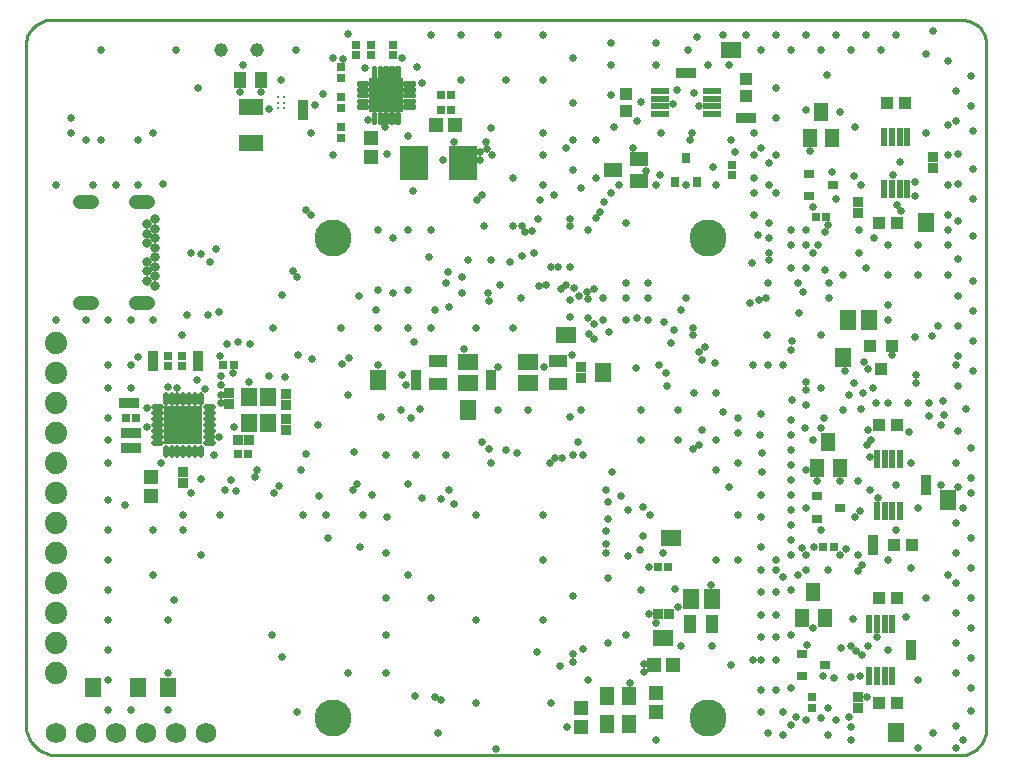
<source format=gbr>
G04 EAGLE Gerber RS-274X export*
G75*
%MOMM*%
%FSLAX34Y34*%
%LPD*%
%INSoldermask Bottom*%
%IPPOS*%
%AMOC8*
5,1,8,0,0,1.08239X$1,22.5*%
G01*
%ADD10C,3.124200*%
%ADD11R,1.253200X1.503200*%
%ADD12R,1.503200X1.103200*%
%ADD13R,1.153200X1.203200*%
%ADD14R,1.103200X1.503200*%
%ADD15R,0.838200X1.473200*%
%ADD16R,1.473200X0.838200*%
%ADD17R,1.003200X1.103200*%
%ADD18R,1.353200X1.653200*%
%ADD19R,1.003200X1.403200*%
%ADD20R,0.703200X0.703200*%
%ADD21R,1.203200X1.153200*%
%ADD22C,1.153200*%
%ADD23C,0.222334*%
%ADD24R,2.903200X2.903200*%
%ADD25R,2.489200X2.997200*%
%ADD26R,1.653200X1.353200*%
%ADD27R,0.823200X0.823200*%
%ADD28C,1.727200*%
%ADD29C,0.807200*%
%ADD30C,1.203200*%
%ADD31C,0.483200*%
%ADD32R,3.303200X3.303200*%
%ADD33R,1.530000X0.510000*%
%ADD34R,1.003200X1.003200*%
%ADD35R,1.603200X1.153200*%
%ADD36R,0.803200X0.903200*%
%ADD37R,0.510000X1.530000*%
%ADD38R,1.153200X1.603200*%
%ADD39R,0.903200X0.803200*%
%ADD40R,1.353200X1.603200*%
%ADD41C,0.325000*%
%ADD42R,2.003200X1.353200*%
%ADD43C,1.879600*%
%ADD44C,0.657200*%
%ADD45C,0.254000*%


D10*
X31750Y31750D03*
X349250Y31750D03*
X349250Y438150D03*
X31750Y438150D03*
D11*
X282300Y49600D03*
X282300Y26600D03*
X263800Y26600D03*
X263800Y49600D03*
D12*
X120650Y333350D03*
X120650Y314350D03*
D13*
X303658Y76200D03*
X319658Y76200D03*
D12*
X222250Y333350D03*
X222250Y314350D03*
D14*
X352654Y110998D03*
X333654Y110998D03*
D15*
X224536Y355600D03*
X232664Y355600D03*
D16*
X69850Y313436D03*
X69850Y321564D03*
X260350Y327914D03*
X260350Y319786D03*
D15*
X306578Y98806D03*
X314706Y98806D03*
X313436Y184150D03*
X321564Y184150D03*
D16*
X146050Y288036D03*
X146050Y296164D03*
X508000Y14986D03*
X508000Y23114D03*
X533400Y446786D03*
X533400Y454914D03*
D15*
X364236Y596900D03*
X372364Y596900D03*
D16*
X552450Y211836D03*
X552450Y219964D03*
X463550Y332486D03*
X463550Y340614D03*
D17*
X485800Y346550D03*
X504800Y346550D03*
X495300Y326550D03*
D18*
X485250Y368300D03*
X467250Y368300D03*
D19*
X-47100Y571500D03*
X-29100Y571500D03*
D20*
X38100Y582350D03*
X38100Y573350D03*
X131500Y546100D03*
X122500Y546100D03*
X131500Y558800D03*
X122500Y558800D03*
X38100Y531550D03*
X38100Y522550D03*
X38100Y547950D03*
X38100Y556950D03*
D21*
X63500Y522350D03*
X63500Y506350D03*
D22*
X-63260Y596900D03*
X-33260Y596900D03*
D23*
X52695Y547595D02*
X60605Y547595D01*
X52695Y547595D02*
X52695Y550005D01*
X60605Y550005D01*
X60605Y547595D01*
X60605Y549707D02*
X52695Y549707D01*
X52695Y552595D02*
X60605Y552595D01*
X52695Y552595D02*
X52695Y555005D01*
X60605Y555005D01*
X60605Y552595D01*
X60605Y554707D02*
X52695Y554707D01*
X52695Y557595D02*
X60605Y557595D01*
X52695Y557595D02*
X52695Y560005D01*
X60605Y560005D01*
X60605Y557595D01*
X60605Y559707D02*
X52695Y559707D01*
X52695Y562595D02*
X60605Y562595D01*
X52695Y562595D02*
X52695Y565005D01*
X60605Y565005D01*
X60605Y562595D01*
X60605Y564707D02*
X52695Y564707D01*
X52695Y567595D02*
X60605Y567595D01*
X52695Y567595D02*
X52695Y570005D01*
X60605Y570005D01*
X60605Y567595D01*
X60605Y569707D02*
X52695Y569707D01*
X64995Y574395D02*
X64995Y582305D01*
X67405Y582305D01*
X67405Y574395D01*
X64995Y574395D01*
X64995Y576507D02*
X67405Y576507D01*
X67405Y578619D02*
X64995Y578619D01*
X64995Y580731D02*
X67405Y580731D01*
X69995Y582305D02*
X69995Y574395D01*
X69995Y582305D02*
X72405Y582305D01*
X72405Y574395D01*
X69995Y574395D01*
X69995Y576507D02*
X72405Y576507D01*
X72405Y578619D02*
X69995Y578619D01*
X69995Y580731D02*
X72405Y580731D01*
X74995Y582305D02*
X74995Y574395D01*
X74995Y582305D02*
X77405Y582305D01*
X77405Y574395D01*
X74995Y574395D01*
X74995Y576507D02*
X77405Y576507D01*
X77405Y578619D02*
X74995Y578619D01*
X74995Y580731D02*
X77405Y580731D01*
X79995Y582305D02*
X79995Y574395D01*
X79995Y582305D02*
X82405Y582305D01*
X82405Y574395D01*
X79995Y574395D01*
X79995Y576507D02*
X82405Y576507D01*
X82405Y578619D02*
X79995Y578619D01*
X79995Y580731D02*
X82405Y580731D01*
X84995Y582305D02*
X84995Y574395D01*
X84995Y582305D02*
X87405Y582305D01*
X87405Y574395D01*
X84995Y574395D01*
X84995Y576507D02*
X87405Y576507D01*
X87405Y578619D02*
X84995Y578619D01*
X84995Y580731D02*
X87405Y580731D01*
X91795Y570005D02*
X99705Y570005D01*
X99705Y567595D01*
X91795Y567595D01*
X91795Y570005D01*
X91795Y569707D02*
X99705Y569707D01*
X99705Y565005D02*
X91795Y565005D01*
X99705Y565005D02*
X99705Y562595D01*
X91795Y562595D01*
X91795Y565005D01*
X91795Y564707D02*
X99705Y564707D01*
X99705Y560005D02*
X91795Y560005D01*
X99705Y560005D02*
X99705Y557595D01*
X91795Y557595D01*
X91795Y560005D01*
X91795Y559707D02*
X99705Y559707D01*
X99705Y555005D02*
X91795Y555005D01*
X99705Y555005D02*
X99705Y552595D01*
X91795Y552595D01*
X91795Y555005D01*
X91795Y554707D02*
X99705Y554707D01*
X99705Y550005D02*
X91795Y550005D01*
X99705Y550005D02*
X99705Y547595D01*
X91795Y547595D01*
X91795Y550005D01*
X91795Y549707D02*
X99705Y549707D01*
X87405Y543205D02*
X87405Y535295D01*
X84995Y535295D01*
X84995Y543205D01*
X87405Y543205D01*
X87405Y537407D02*
X84995Y537407D01*
X84995Y539519D02*
X87405Y539519D01*
X87405Y541631D02*
X84995Y541631D01*
X82405Y543205D02*
X82405Y535295D01*
X79995Y535295D01*
X79995Y543205D01*
X82405Y543205D01*
X82405Y537407D02*
X79995Y537407D01*
X79995Y539519D02*
X82405Y539519D01*
X82405Y541631D02*
X79995Y541631D01*
X77405Y543205D02*
X77405Y535295D01*
X74995Y535295D01*
X74995Y543205D01*
X77405Y543205D01*
X77405Y537407D02*
X74995Y537407D01*
X74995Y539519D02*
X77405Y539519D01*
X77405Y541631D02*
X74995Y541631D01*
X72405Y543205D02*
X72405Y535295D01*
X69995Y535295D01*
X69995Y543205D01*
X72405Y543205D01*
X72405Y537407D02*
X69995Y537407D01*
X69995Y539519D02*
X72405Y539519D01*
X72405Y541631D02*
X69995Y541631D01*
X67405Y543205D02*
X67405Y535295D01*
X64995Y535295D01*
X64995Y543205D01*
X67405Y543205D01*
X67405Y537407D02*
X64995Y537407D01*
X64995Y539519D02*
X67405Y539519D01*
X67405Y541631D02*
X64995Y541631D01*
D24*
X76200Y558800D03*
D25*
X141110Y501650D03*
X100190Y501650D03*
D13*
X119000Y533400D03*
X135000Y533400D03*
D21*
X241300Y23750D03*
X241300Y39750D03*
X304800Y52450D03*
X304800Y36450D03*
D26*
X146050Y314850D03*
X146050Y332850D03*
X196850Y314850D03*
X196850Y332850D03*
D18*
X334408Y132334D03*
X352408Y132334D03*
D27*
X101600Y313000D03*
X101600Y322000D03*
X165100Y313000D03*
X165100Y322000D03*
X315650Y119380D03*
X306650Y119380D03*
X241300Y319350D03*
X241300Y328350D03*
D20*
X306396Y159258D03*
X315396Y159258D03*
D28*
X-127000Y19050D03*
X-152400Y19050D03*
X-76200Y19050D03*
X-101600Y19050D03*
X-177800Y19050D03*
X-203200Y19050D03*
D16*
X-107950Y53086D03*
X-107950Y61214D03*
D29*
X-119100Y397450D03*
X-126100Y401450D03*
X-126100Y409450D03*
X-119100Y405450D03*
X-119100Y413450D03*
X-126100Y417450D03*
X-119100Y421450D03*
X-119100Y429450D03*
X-126100Y433450D03*
X-119100Y437450D03*
X-126100Y441450D03*
X-126100Y449450D03*
X-119100Y445450D03*
X-119100Y453450D03*
D30*
X-125600Y468150D02*
X-135600Y468150D01*
X-135600Y382750D02*
X-125600Y382750D01*
X-172900Y382750D02*
X-182900Y382750D01*
X-182900Y468150D02*
X-172900Y468150D01*
D31*
X-80250Y260350D02*
X-80250Y254250D01*
X-85250Y254250D02*
X-85250Y260350D01*
X-90250Y260350D02*
X-90250Y254250D01*
X-95250Y254250D02*
X-95250Y260350D01*
X-100250Y260350D02*
X-100250Y254250D01*
X-105250Y254250D02*
X-105250Y260350D01*
X-110250Y260350D02*
X-110250Y254250D01*
X-114300Y264400D02*
X-120400Y264400D01*
X-120400Y269400D02*
X-114300Y269400D01*
X-114300Y274400D02*
X-120400Y274400D01*
X-120400Y279400D02*
X-114300Y279400D01*
X-114300Y284400D02*
X-120400Y284400D01*
X-120400Y289400D02*
X-114300Y289400D01*
X-114300Y294400D02*
X-120400Y294400D01*
X-110250Y298450D02*
X-110250Y304550D01*
X-105250Y304550D02*
X-105250Y298450D01*
X-100250Y298450D02*
X-100250Y304550D01*
X-95250Y304550D02*
X-95250Y298450D01*
X-90250Y298450D02*
X-90250Y304550D01*
X-85250Y304550D02*
X-85250Y298450D01*
X-80250Y298450D02*
X-80250Y304550D01*
X-76200Y294400D02*
X-70100Y294400D01*
X-70100Y289400D02*
X-76200Y289400D01*
X-76200Y284400D02*
X-70100Y284400D01*
X-70100Y279400D02*
X-76200Y279400D01*
X-76200Y274400D02*
X-70100Y274400D01*
X-70100Y269400D02*
X-76200Y269400D01*
X-76200Y264400D02*
X-70100Y264400D01*
D32*
X-95250Y279400D03*
D20*
X-96012Y338002D03*
X-96012Y329002D03*
X-108204Y329002D03*
X-108204Y338002D03*
X-61650Y330200D03*
X-52650Y330200D03*
D27*
X-121158Y329002D03*
X-121158Y338002D03*
D20*
X-40204Y254508D03*
X-49204Y254508D03*
D27*
X-95250Y239450D03*
X-95250Y230450D03*
X-136724Y298450D03*
X-145724Y298450D03*
X-135200Y260350D03*
X-144200Y260350D03*
X-56642Y297506D03*
X-56642Y306506D03*
X-82804Y329002D03*
X-82804Y338002D03*
D21*
X-122936Y235330D03*
X-122936Y219330D03*
D27*
X-8128Y275408D03*
X-8128Y284408D03*
X-8382Y305744D03*
X-8382Y296744D03*
D33*
X308300Y555700D03*
X308300Y549200D03*
X352300Y549200D03*
X352300Y555700D03*
X308300Y562200D03*
X352300Y562200D03*
X308300Y542700D03*
X352300Y542700D03*
D20*
X369570Y490800D03*
X369570Y499800D03*
D34*
X279400Y544950D03*
X279400Y559950D03*
D35*
X290400Y504800D03*
X290400Y485800D03*
X268400Y495300D03*
D36*
X339700Y485300D03*
X320700Y485300D03*
X330200Y505300D03*
D34*
X381000Y557650D03*
X381000Y572650D03*
D27*
X376500Y539750D03*
X385500Y539750D03*
D37*
X511250Y523550D03*
X504750Y523550D03*
X504750Y479550D03*
X511250Y479550D03*
X517750Y523550D03*
X517750Y479550D03*
X498250Y523550D03*
X498250Y479550D03*
D20*
X440000Y455930D03*
X449000Y455930D03*
D34*
X500500Y552450D03*
X515500Y552450D03*
D27*
X539750Y506150D03*
X539750Y497150D03*
D38*
X454000Y522400D03*
X435000Y522400D03*
X444500Y544400D03*
D39*
X434500Y473100D03*
X434500Y492100D03*
X454500Y482600D03*
D34*
X494150Y450850D03*
X509150Y450850D03*
D27*
X476250Y468050D03*
X476250Y459050D03*
D37*
X504900Y250500D03*
X498400Y250500D03*
X498400Y206500D03*
X504900Y206500D03*
X511400Y250500D03*
X511400Y206500D03*
X491900Y250500D03*
X491900Y206500D03*
D20*
X446350Y176530D03*
X455350Y176530D03*
D34*
X494150Y279400D03*
X509150Y279400D03*
D38*
X460350Y243000D03*
X441350Y243000D03*
X450850Y265000D03*
D39*
X440850Y200050D03*
X440850Y219050D03*
X460850Y209550D03*
D34*
X506850Y177800D03*
X521850Y177800D03*
D27*
X488950Y182300D03*
X488950Y173300D03*
D37*
X498550Y110800D03*
X492050Y110800D03*
X492050Y66800D03*
X498550Y66800D03*
X505050Y110800D03*
X505050Y66800D03*
X485550Y110800D03*
X485550Y66800D03*
D20*
X436880Y48950D03*
X436880Y39950D03*
D34*
X494150Y133350D03*
X509150Y133350D03*
D38*
X447650Y116000D03*
X428650Y116000D03*
X438150Y138000D03*
D39*
X428150Y66700D03*
X428150Y85700D03*
X448150Y76200D03*
D34*
X494150Y44450D03*
X509150Y44450D03*
D27*
X476250Y48950D03*
X476250Y39950D03*
D40*
X-23750Y281100D03*
X-39750Y281100D03*
X-39750Y303100D03*
X-23750Y303100D03*
D16*
X-133350Y53086D03*
X-133350Y61214D03*
X-171450Y53086D03*
X-171450Y61214D03*
D27*
X-135200Y273050D03*
X-144200Y273050D03*
X-48950Y266700D03*
X-39950Y266700D03*
D20*
X-144200Y285750D03*
X-135200Y285750D03*
D27*
X520700Y93400D03*
X520700Y84400D03*
X533400Y233100D03*
X533400Y224100D03*
X325700Y577850D03*
X334700Y577850D03*
D20*
X82550Y592400D03*
X82550Y601400D03*
X63500Y601400D03*
X63500Y592400D03*
X50800Y592400D03*
X50800Y601400D03*
D41*
X-15200Y557450D03*
X-10200Y557450D03*
X-15200Y552450D03*
X-10200Y552450D03*
X-15200Y547450D03*
X-10200Y547450D03*
D42*
X-38100Y518400D03*
X-38100Y548400D03*
D27*
X6350Y550600D03*
X6350Y541600D03*
D43*
X-203200Y349250D03*
X-203200Y323850D03*
X-203200Y298450D03*
X-203200Y273050D03*
X-203200Y247650D03*
X-203200Y222250D03*
X-203200Y196850D03*
X-203200Y171450D03*
X-203200Y146050D03*
X-203200Y120650D03*
X-203200Y95250D03*
X-203200Y69850D03*
D44*
X355092Y332232D03*
X355600Y306832D03*
X337058Y306832D03*
X314452Y312674D03*
X317500Y349250D03*
X336550Y361950D03*
X325882Y376428D03*
X311912Y366522D03*
X298450Y368300D03*
X298450Y387350D03*
X279400Y387350D03*
X279400Y368300D03*
X260350Y368300D03*
X260350Y387350D03*
X205994Y397002D03*
X190500Y386842D03*
X232410Y370840D03*
X232156Y385572D03*
X247650Y385826D03*
X247650Y370078D03*
X-63500Y304800D03*
X-39878Y315450D03*
X-144780Y212090D03*
X-133350Y337185D03*
X77470Y508635D03*
X133985Y519430D03*
X106680Y568960D03*
X-13970Y227965D03*
X-67310Y428625D03*
X90170Y321945D03*
X-12065Y83185D03*
X281305Y168910D03*
X299085Y119380D03*
X325755Y92075D03*
X351790Y144145D03*
X152400Y361950D03*
X184150Y361950D03*
X114300Y361950D03*
X88900Y292100D03*
X171450Y292100D03*
X196850Y292100D03*
X127000Y254000D03*
X101600Y254000D03*
X76200Y254000D03*
X152400Y203200D03*
X209550Y203200D03*
X209550Y165100D03*
X165100Y247650D03*
X209550Y114300D03*
X152400Y114300D03*
X152400Y44450D03*
X215900Y44450D03*
X247650Y63500D03*
X368300Y76200D03*
X304800Y12700D03*
X279400Y101600D03*
X292100Y139700D03*
X311150Y171450D03*
X355600Y165100D03*
X374650Y165100D03*
X374650Y203200D03*
X374650Y247650D03*
X374650Y273050D03*
X355600Y241300D03*
X355600Y266700D03*
X323850Y266700D03*
X292100Y266700D03*
X292100Y292100D03*
X323850Y292100D03*
X330200Y387350D03*
X298450Y400050D03*
X279400Y400050D03*
X165100Y419100D03*
X146050Y419100D03*
X127000Y400050D03*
X95250Y393700D03*
X95250Y361950D03*
X69850Y393700D03*
X69850Y444500D03*
X95250Y444500D03*
X114300Y444500D03*
X98806Y477266D03*
X183896Y488950D03*
X209296Y482600D03*
X209296Y508000D03*
X209296Y527050D03*
X234696Y495300D03*
X234696Y520700D03*
X234696Y552450D03*
X234696Y590550D03*
X209296Y609600D03*
X171196Y609600D03*
X139446Y609600D03*
X114046Y609600D03*
X139446Y571500D03*
X177546Y571500D03*
X31496Y590550D03*
X31496Y508000D03*
X12446Y527050D03*
X-44704Y584200D03*
X-12954Y571500D03*
X-254Y596900D03*
X-101854Y596900D03*
X-82804Y565150D03*
X-165354Y596900D03*
X-190754Y539750D03*
X-190754Y527050D03*
X-178054Y520700D03*
X-165354Y520700D03*
X-133604Y520700D03*
X-120904Y527050D03*
X-133604Y482600D03*
X-152654Y482600D03*
X-171704Y482600D03*
X-203454Y482600D03*
X-203454Y368300D03*
X-178054Y368300D03*
X-159004Y368300D03*
X-139954Y368300D03*
X-120904Y368300D03*
X-159004Y330200D03*
X-159004Y311150D03*
X-139954Y311150D03*
X-139954Y330200D03*
X-159004Y285750D03*
X-159004Y266700D03*
X-159004Y247650D03*
X-159004Y215900D03*
X-159004Y190500D03*
X-159004Y165100D03*
X-159004Y139700D03*
X-159004Y114300D03*
X-159004Y88900D03*
X-159004Y63500D03*
X-159004Y38100D03*
X-139954Y38100D03*
X-108204Y38100D03*
X-108204Y69850D03*
X-108204Y114300D03*
X-120904Y152400D03*
X-120904Y190500D03*
X-95504Y190500D03*
X-95504Y203200D03*
X-89154Y222250D03*
X-114554Y247650D03*
X-69596Y254254D03*
X-52578Y277876D03*
X-23114Y321310D03*
X-57912Y348234D03*
X-38862Y348234D03*
X-19050Y361950D03*
X19050Y279400D03*
X57150Y203200D03*
X25400Y203200D03*
X76200Y171450D03*
X95250Y152400D03*
X114300Y133350D03*
X76200Y133350D03*
X76200Y101600D03*
X76200Y69850D03*
X44450Y69850D03*
X120650Y19050D03*
X69850Y361950D03*
X69850Y330200D03*
X38100Y361950D03*
X279400Y450850D03*
X209550Y571500D03*
X159512Y448056D03*
X82550Y438150D03*
X44450Y304800D03*
X241300Y292100D03*
X6350Y203200D03*
X247650Y444500D03*
X374650Y285750D03*
X234950Y85963D03*
X234950Y78629D03*
X243205Y90170D03*
X234950Y134620D03*
X13335Y335280D03*
X-112395Y483870D03*
X352425Y92075D03*
X233680Y339090D03*
X323850Y125730D03*
X299085Y159385D03*
X-103505Y131445D03*
X-64135Y337820D03*
X45085Y335915D03*
X99695Y349885D03*
X-18415Y221615D03*
X142240Y343535D03*
X229870Y23495D03*
X282575Y60960D03*
X294640Y77470D03*
X264160Y94615D03*
X93345Y313055D03*
X19685Y219710D03*
X299720Y203200D03*
X264160Y200025D03*
X320675Y140335D03*
X223520Y75565D03*
X100965Y49784D03*
X27305Y184150D03*
X204470Y87630D03*
X264160Y149860D03*
X210185Y328930D03*
X72390Y286385D03*
X49530Y256540D03*
X106680Y217805D03*
X232410Y286385D03*
X304800Y111760D03*
X262890Y178435D03*
X419100Y25400D03*
X467995Y32385D03*
X238760Y264795D03*
X313055Y323215D03*
X425450Y152400D03*
X400050Y330200D03*
X387350Y330200D03*
X412750Y330200D03*
X419100Y342900D03*
X399288Y355854D03*
X398272Y386588D03*
X419862Y300482D03*
X393446Y289052D03*
X392938Y271272D03*
X394462Y255778D03*
X394716Y240030D03*
X393700Y220472D03*
X393700Y201422D03*
X393700Y176022D03*
X393700Y156972D03*
X393700Y137922D03*
X393700Y118872D03*
X393700Y99822D03*
X393700Y80772D03*
X393700Y55372D03*
X393700Y36322D03*
X412750Y17272D03*
X450850Y17272D03*
X469900Y23622D03*
X457200Y29972D03*
X431800Y29972D03*
X412750Y36322D03*
X406400Y55372D03*
X406400Y80772D03*
X406400Y99822D03*
X406400Y118872D03*
X406400Y137922D03*
X406400Y156972D03*
X412750Y150622D03*
X431800Y156972D03*
X450850Y156972D03*
X476250Y169672D03*
X431800Y169672D03*
X419100Y169672D03*
X419100Y182372D03*
X419100Y195072D03*
X419100Y207772D03*
X419100Y220472D03*
X419100Y233172D03*
X419100Y245872D03*
X419100Y258572D03*
X419100Y271272D03*
X419100Y283972D03*
X431292Y276860D03*
X445008Y276860D03*
X431800Y296672D03*
X431800Y309372D03*
X431800Y315722D03*
X480568Y306578D03*
X472948Y315214D03*
X491490Y297688D03*
X468376Y305054D03*
X478536Y293370D03*
X501650Y297688D03*
X518668Y297688D03*
X535940Y298450D03*
X535686Y287274D03*
X548894Y287528D03*
X548132Y299466D03*
X567182Y293116D03*
X560832Y312166D03*
X573532Y324866D03*
X560832Y337566D03*
X573532Y350266D03*
X560832Y362966D03*
X573532Y375666D03*
X560832Y388366D03*
X573532Y401066D03*
X560832Y420116D03*
X573532Y439166D03*
X560832Y451866D03*
X573532Y470916D03*
X560832Y483616D03*
X573532Y496316D03*
X560832Y509016D03*
X573532Y528066D03*
X558800Y536702D03*
X571500Y549402D03*
X558800Y562102D03*
X571500Y574802D03*
X552450Y587502D03*
X539750Y612902D03*
X533400Y593852D03*
X508254Y609600D03*
X495554Y596900D03*
X482854Y609600D03*
X470154Y596900D03*
X457454Y609600D03*
X444754Y596900D03*
X432054Y609600D03*
X419354Y596900D03*
X406654Y609600D03*
X393954Y596900D03*
X381254Y609600D03*
X368554Y520700D03*
X387604Y527050D03*
X387604Y508000D03*
X400304Y501650D03*
X387604Y488950D03*
X400304Y482600D03*
X387604Y476250D03*
X273304Y482600D03*
X305054Y482600D03*
X330454Y482600D03*
X355854Y482600D03*
X387604Y457200D03*
X400304Y450850D03*
X400304Y438150D03*
X400304Y425450D03*
X432054Y444500D03*
X432054Y431800D03*
X432054Y412750D03*
X419354Y412750D03*
X419354Y431800D03*
X419354Y444500D03*
X425704Y374650D03*
X451104Y387350D03*
X451104Y400050D03*
X482854Y412750D03*
X476504Y425450D03*
X489204Y438150D03*
X476504Y444500D03*
X560832Y274066D03*
X571500Y259842D03*
X558800Y247142D03*
X571500Y234442D03*
X571500Y221742D03*
X558800Y196342D03*
X571500Y183642D03*
X558800Y170942D03*
X571500Y158242D03*
X558800Y145542D03*
X571500Y132842D03*
X558800Y120142D03*
X571500Y107442D03*
X558800Y94742D03*
X571500Y82042D03*
X558800Y69342D03*
X571500Y56642D03*
X571500Y37592D03*
X558800Y24892D03*
X558800Y5842D03*
X539750Y18542D03*
X527050Y5842D03*
X333375Y520700D03*
X309245Y527050D03*
X473710Y201930D03*
X476250Y231775D03*
X469900Y92075D03*
X406400Y476250D03*
X406400Y508000D03*
X406400Y539750D03*
X406400Y565150D03*
X366522Y584200D03*
X349250Y584200D03*
X304800Y584200D03*
X304800Y603250D03*
X266700Y603250D03*
X266700Y584200D03*
X266700Y558800D03*
X254000Y520700D03*
X254000Y488950D03*
X308610Y491490D03*
X353060Y497840D03*
X372110Y510540D03*
X336804Y560578D03*
X322834Y563372D03*
X292354Y552958D03*
X339852Y608330D03*
X460502Y544830D03*
X454152Y494030D03*
X456946Y470662D03*
X437896Y464312D03*
X441706Y432054D03*
X448056Y442468D03*
X448056Y410718D03*
X429006Y391668D03*
X444500Y355600D03*
X444500Y311150D03*
X463550Y292100D03*
X488950Y311150D03*
X501650Y368300D03*
X501650Y381000D03*
X501650Y406400D03*
X501650Y431800D03*
X527050Y431800D03*
X527050Y406400D03*
X552450Y406400D03*
X552450Y431800D03*
X552450Y457200D03*
X552450Y482600D03*
X552450Y508000D03*
X552450Y533400D03*
X533400Y527050D03*
X511556Y502158D03*
X473456Y531622D03*
X524256Y353822D03*
X558546Y330200D03*
X545846Y279400D03*
X431546Y241300D03*
X431546Y209550D03*
X444246Y190500D03*
X501396Y165100D03*
X520446Y158750D03*
X526796Y209550D03*
X507746Y190500D03*
X507746Y228600D03*
X520446Y247650D03*
X545846Y228600D03*
X552196Y152400D03*
X533146Y133350D03*
X418846Y139700D03*
X418846Y101600D03*
X437896Y107950D03*
X418846Y57150D03*
X399796Y19050D03*
X444246Y31750D03*
X469646Y12700D03*
X526796Y63500D03*
X501396Y88900D03*
X446532Y66802D03*
X484632Y327152D03*
X390906Y439928D03*
X385826Y416814D03*
X384810Y382778D03*
X419862Y350520D03*
X464566Y324866D03*
X423545Y32385D03*
X243205Y254000D03*
X366395Y226695D03*
X387350Y80645D03*
X477520Y66675D03*
X492125Y99695D03*
X262890Y224790D03*
X461010Y169545D03*
X476250Y155575D03*
X474345Y88265D03*
X484505Y92710D03*
X406400Y165100D03*
X492760Y217805D03*
X187325Y255905D03*
X307340Y330200D03*
X538480Y354965D03*
X447040Y285750D03*
X169545Y5080D03*
X428625Y175260D03*
X438785Y176530D03*
X274955Y219075D03*
X264160Y214630D03*
X463550Y406400D03*
X343836Y334852D03*
X512445Y461010D03*
X219075Y251460D03*
X123190Y46990D03*
X294640Y70485D03*
X361950Y290195D03*
X281305Y207645D03*
X294005Y210185D03*
X340995Y262890D03*
X450850Y448945D03*
X472440Y490220D03*
X4445Y241300D03*
X-9525Y320040D03*
X449580Y575945D03*
X393700Y514350D03*
X341233Y340868D03*
X319405Y551180D03*
X177800Y258445D03*
X437515Y424815D03*
X400685Y419100D03*
X266700Y476250D03*
X269240Y531495D03*
X117475Y49530D03*
X294005Y185420D03*
X343535Y275590D03*
X262890Y171450D03*
X291465Y173355D03*
X336550Y259080D03*
X262890Y189865D03*
X267970Y240030D03*
X288290Y327660D03*
X201295Y425450D03*
X205105Y454025D03*
X166370Y508000D03*
X156210Y510540D03*
X319842Y359974D03*
X336550Y355600D03*
X565150Y209550D03*
X565150Y12700D03*
X552450Y444500D03*
X361950Y609600D03*
X228600Y514350D03*
X288798Y369824D03*
X241300Y479790D03*
X218440Y474345D03*
X157480Y474345D03*
X104775Y292735D03*
X97155Y285115D03*
X207010Y469900D03*
X153670Y469900D03*
X184150Y447675D03*
X-2540Y409575D03*
X-55245Y233045D03*
X181610Y417830D03*
X53340Y388620D03*
X38735Y331470D03*
X8890Y254635D03*
X-64135Y203200D03*
X222250Y413385D03*
X232410Y447675D03*
X215900Y413385D03*
X232410Y454025D03*
X212090Y398145D03*
X162560Y391160D03*
X161925Y513080D03*
X165100Y530860D03*
X-34832Y235313D03*
X12954Y456946D03*
X254254Y454549D03*
X-33308Y241377D03*
X8771Y461129D03*
X257302Y459597D03*
X485775Y224790D03*
X450850Y40005D03*
X479425Y85090D03*
X483235Y48895D03*
X466090Y174625D03*
X479425Y160655D03*
X508635Y465455D03*
X505460Y490855D03*
X340995Y549275D03*
X504825Y338455D03*
X518795Y273685D03*
X525145Y314960D03*
X163195Y384810D03*
X140335Y405130D03*
X128905Y408940D03*
X173132Y398368D03*
X543560Y363220D03*
X560705Y226695D03*
X215265Y247015D03*
X525145Y321945D03*
X635Y36830D03*
X225425Y251460D03*
X480695Y332740D03*
X-20320Y101600D03*
X53975Y175895D03*
X76835Y201930D03*
X123190Y216535D03*
X16510Y550545D03*
X124460Y504190D03*
X95250Y524510D03*
X392430Y385445D03*
X260985Y468630D03*
X-29210Y561340D03*
X156210Y504190D03*
X60960Y537845D03*
X-80010Y424180D03*
X-63500Y320659D03*
X-88900Y425450D03*
X-63500Y313579D03*
X-72390Y417830D03*
X-53340Y323215D03*
X-100330Y310515D03*
X-108585Y311785D03*
X335280Y527050D03*
X285750Y513715D03*
X296545Y494665D03*
X332105Y596900D03*
X288925Y536575D03*
X523875Y473075D03*
X523875Y485140D03*
X478790Y482600D03*
X434975Y511810D03*
X477520Y206375D03*
X460375Y231775D03*
X441325Y232410D03*
X487045Y266700D03*
X484505Y275590D03*
X485775Y252730D03*
X455930Y65405D03*
X469900Y66040D03*
X461645Y90805D03*
X433070Y93345D03*
X516890Y116840D03*
X471805Y115570D03*
X-46990Y561340D03*
X-63500Y298450D03*
X-64770Y269240D03*
X-125730Y278130D03*
X-125730Y294005D03*
X-76835Y309880D03*
X-80645Y233680D03*
X102870Y582930D03*
X58420Y581660D03*
X40005Y589280D03*
X-22860Y547370D03*
X438150Y266700D03*
X483235Y262255D03*
X400050Y400050D03*
X425450Y400050D03*
X431800Y546100D03*
X224155Y394335D03*
X118110Y377190D03*
X113030Y421640D03*
X-92075Y372745D03*
X228600Y398145D03*
X-74295Y372745D03*
X231775Y413385D03*
X81915Y391160D03*
X67945Y377190D03*
X-48895Y349885D03*
X235585Y395605D03*
X1905Y339090D03*
X240030Y388620D03*
X163830Y259080D03*
X129540Y224790D03*
X48260Y224790D03*
X246380Y391795D03*
X252730Y365125D03*
X252730Y352425D03*
X157480Y265430D03*
X95250Y229235D03*
X52070Y229235D03*
X346710Y345440D03*
X234315Y254000D03*
X133985Y212725D03*
X64135Y220345D03*
X252095Y394335D03*
X264795Y358140D03*
X248285Y356870D03*
X171450Y328295D03*
X160655Y519430D03*
X44450Y610870D03*
X191135Y448310D03*
X1270Y405130D03*
X-50800Y223520D03*
X-80010Y169545D03*
X200025Y443865D03*
X-11430Y389890D03*
X-59690Y224790D03*
X193675Y442595D03*
X-96520Y355600D03*
X191770Y422910D03*
X140335Y391160D03*
X129540Y379730D03*
X-65405Y375285D03*
X-83820Y317500D03*
X89535Y590550D03*
X75565Y531495D03*
X22860Y560070D03*
D45*
X-228600Y25400D02*
X-228503Y23186D01*
X-228214Y20989D01*
X-227735Y18826D01*
X-227068Y16713D01*
X-226220Y14666D01*
X-225197Y12700D01*
X-224006Y10831D01*
X-222658Y9073D01*
X-221161Y7440D01*
X-219527Y5942D01*
X-217769Y4594D01*
X-215900Y3403D01*
X-213935Y2380D01*
X-211887Y1532D01*
X-209774Y865D01*
X-207611Y386D01*
X-205414Y97D01*
X-203200Y0D01*
X565150Y0D01*
X567075Y361D01*
X568961Y889D01*
X570794Y1579D01*
X572560Y2426D01*
X574245Y3424D01*
X575837Y4565D01*
X577324Y5840D01*
X578693Y7241D01*
X579936Y8755D01*
X581041Y10371D01*
X582002Y12078D01*
X582810Y13862D01*
X583460Y15710D01*
X583946Y17607D01*
X584264Y19540D01*
X584414Y21492D01*
X584392Y23451D01*
X584200Y25400D01*
X584200Y601980D01*
X584180Y603698D01*
X584011Y605408D01*
X583694Y607097D01*
X583230Y608751D01*
X582624Y610359D01*
X581880Y611908D01*
X581004Y613386D01*
X580003Y614782D01*
X578883Y616085D01*
X577655Y617286D01*
X576326Y618376D01*
X574907Y619345D01*
X573410Y620187D01*
X571844Y620896D01*
X570223Y621465D01*
X568559Y621891D01*
X566863Y622170D01*
X565150Y622300D01*
X-209550Y622300D01*
X-211475Y621939D01*
X-213361Y621411D01*
X-215194Y620721D01*
X-216960Y619874D01*
X-218645Y618876D01*
X-220237Y617735D01*
X-221724Y616460D01*
X-223093Y615060D01*
X-224336Y613545D01*
X-225441Y611929D01*
X-226402Y610222D01*
X-227210Y608438D01*
X-227860Y606590D01*
X-228346Y604693D01*
X-228664Y602760D01*
X-228814Y600808D01*
X-228792Y598849D01*
X-228600Y596900D01*
X-228600Y25400D01*
M02*

</source>
